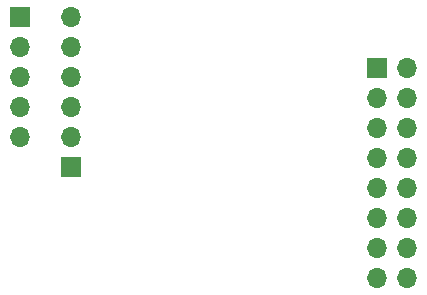
<source format=gbr>
G04 #@! TF.GenerationSoftware,KiCad,Pcbnew,(5.1.2)-2*
G04 #@! TF.CreationDate,2019-11-13T21:48:31+01:00*
G04 #@! TF.ProjectId,KernadouDomoRelayCPU,4b65726e-6164-46f7-9544-6f6d6f52656c,rev?*
G04 #@! TF.SameCoordinates,Original*
G04 #@! TF.FileFunction,Soldermask,Bot*
G04 #@! TF.FilePolarity,Negative*
%FSLAX46Y46*%
G04 Gerber Fmt 4.6, Leading zero omitted, Abs format (unit mm)*
G04 Created by KiCad (PCBNEW (5.1.2)-2) date 2019-11-13 21:48:31*
%MOMM*%
%LPD*%
G04 APERTURE LIST*
%ADD10R,1.700000X1.700000*%
%ADD11O,1.700000X1.700000*%
G04 APERTURE END LIST*
D10*
X96266000Y-71882000D03*
D11*
X96266000Y-74422000D03*
X96266000Y-76962000D03*
X96266000Y-79502000D03*
X96266000Y-82042000D03*
D10*
X100584000Y-84582000D03*
D11*
X100584000Y-82042000D03*
X100584000Y-79502000D03*
X100584000Y-76962000D03*
X100584000Y-74422000D03*
X100584000Y-71882000D03*
D10*
X126492000Y-76200000D03*
D11*
X129032000Y-76200000D03*
X126492000Y-78740000D03*
X129032000Y-78740000D03*
X126492000Y-81280000D03*
X129032000Y-81280000D03*
X126492000Y-83820000D03*
X129032000Y-83820000D03*
X126492000Y-86360000D03*
X129032000Y-86360000D03*
X126492000Y-88900000D03*
X129032000Y-88900000D03*
X126492000Y-91440000D03*
X129032000Y-91440000D03*
X126492000Y-93980000D03*
X129032000Y-93980000D03*
M02*

</source>
